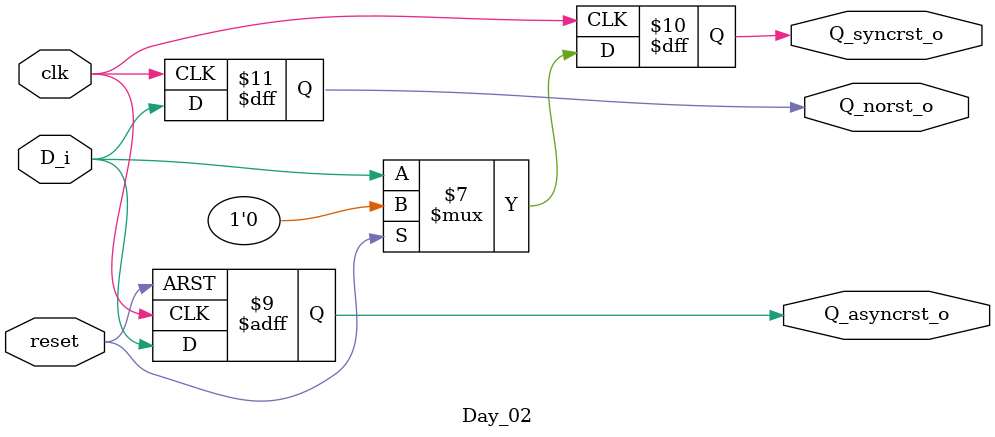
<source format=v>
`timescale 1ns / 1ps

//Flavours of D Flip Flop
module Day_02(
input clk,reset,
input D_i,
output reg Q_norst_o,
output reg Q_syncrst_o,
output reg Q_asyncrst_o
    );
    
    always @(posedge clk)
     begin
       Q_norst_o <= D_i;
     end
    
  always @(posedge clk)
   begin
    if(reset==1'b1)
    begin
    Q_syncrst_o<= 1'b0;
    end
    else
    begin
    Q_syncrst_o<=D_i;
    end
   end
    
    
  always @(posedge clk or posedge reset)
   begin
     if(reset==1'b1)
    begin
    Q_asyncrst_o<= 1'b0;
    end
    else
    begin
    Q_asyncrst_o<=D_i;
    end
   end
    
endmodule

</source>
